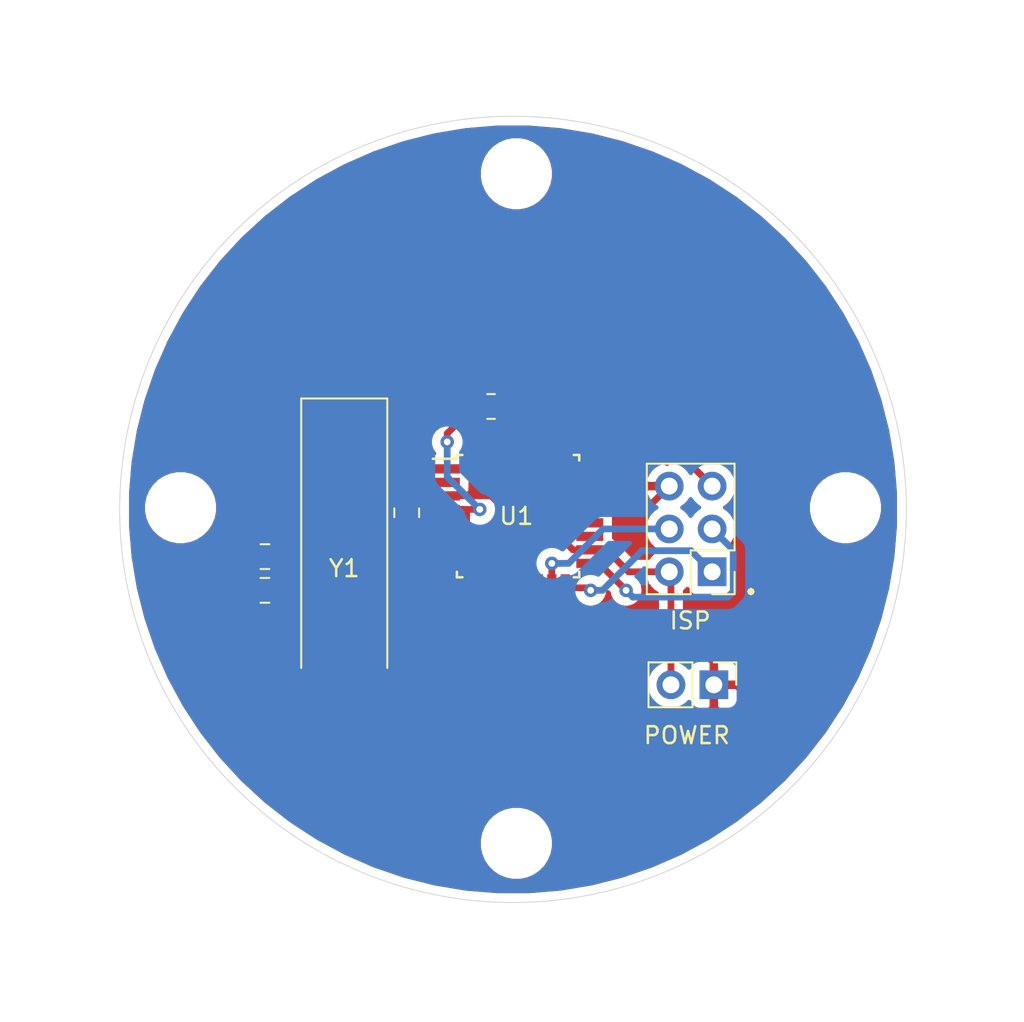
<source format=kicad_pcb>
(kicad_pcb (version 20171130) (host pcbnew "(5.1.8-0-10_14)")

  (general
    (thickness 1.6)
    (drawings 5)
    (tracks 74)
    (zones 0)
    (modules 12)
    (nets 9)
  )

  (page A4)
  (layers
    (0 F.Cu signal)
    (31 B.Cu signal)
    (32 B.Adhes user hide)
    (33 F.Adhes user hide)
    (34 B.Paste user hide)
    (35 F.Paste user hide)
    (36 B.SilkS user)
    (37 F.SilkS user)
    (38 B.Mask user hide)
    (39 F.Mask user hide)
    (40 Dwgs.User user hide)
    (41 Cmts.User user hide)
    (42 Eco1.User user hide)
    (43 Eco2.User user hide)
    (44 Edge.Cuts user)
    (45 Margin user)
    (46 B.CrtYd user)
    (47 F.CrtYd user)
    (48 B.Fab user hide)
    (49 F.Fab user hide)
  )

  (setup
    (last_trace_width 0.4)
    (trace_clearance 0.2)
    (zone_clearance 0.508)
    (zone_45_only no)
    (trace_min 0.2)
    (via_size 0.8)
    (via_drill 0.4)
    (via_min_size 0.4)
    (via_min_drill 0.3)
    (uvia_size 0.3)
    (uvia_drill 0.1)
    (uvias_allowed no)
    (uvia_min_size 0.2)
    (uvia_min_drill 0.1)
    (edge_width 0.05)
    (segment_width 0.2)
    (pcb_text_width 0.3)
    (pcb_text_size 1.5 1.5)
    (mod_edge_width 0.12)
    (mod_text_size 1 1)
    (mod_text_width 0.15)
    (pad_size 1.524 1.524)
    (pad_drill 0.762)
    (pad_to_mask_clearance 0)
    (aux_axis_origin 0 0)
    (visible_elements FFFFFF7F)
    (pcbplotparams
      (layerselection 0x010fc_ffffffff)
      (usegerberextensions false)
      (usegerberattributes true)
      (usegerberadvancedattributes true)
      (creategerberjobfile true)
      (excludeedgelayer true)
      (linewidth 0.100000)
      (plotframeref false)
      (viasonmask false)
      (mode 1)
      (useauxorigin false)
      (hpglpennumber 1)
      (hpglpenspeed 20)
      (hpglpendiameter 15.000000)
      (psnegative false)
      (psa4output false)
      (plotreference true)
      (plotvalue true)
      (plotinvisibletext false)
      (padsonsilk false)
      (subtractmaskfromsilk false)
      (outputformat 1)
      (mirror false)
      (drillshape 0)
      (scaleselection 1)
      (outputdirectory "assembly/"))
  )

  (net 0 "")
  (net 1 GND)
  (net 2 +5V)
  (net 3 "Net-(C2-Pad2)")
  (net 4 "Net-(C3-Pad2)")
  (net 5 /RESET)
  (net 6 /MOSI)
  (net 7 /SCK)
  (net 8 /MISO)

  (net_class Default "This is the default net class."
    (clearance 0.2)
    (trace_width 0.4)
    (via_dia 0.8)
    (via_drill 0.4)
    (uvia_dia 0.3)
    (uvia_drill 0.1)
    (add_net +5V)
    (add_net /MISO)
    (add_net /MOSI)
    (add_net /RESET)
    (add_net /SCK)
    (add_net GND)
    (add_net "Net-(C2-Pad2)")
    (add_net "Net-(C3-Pad2)")
  )

  (net_class PWR ""
    (clearance 0.2)
    (trace_width 1)
    (via_dia 0.8)
    (via_drill 0.4)
    (uvia_dia 0.3)
    (uvia_drill 0.1)
  )

  (module Crystal:Crystal_SMD_HC49-SD_HandSoldering (layer F.Cu) (tedit 5A1AD52C) (tstamp 615DBD2D)
    (at 146.6 75.6 270)
    (descr "SMD Crystal HC-49-SD http://cdn-reichelt.de/documents/datenblatt/B400/xxx-HC49-SMD.pdf, hand-soldering, 11.4x4.7mm^2 package")
    (tags "SMD SMT crystal hand-soldering")
    (path /615EDB3E)
    (attr smd)
    (fp_text reference Y1 (at 0 0 180) (layer F.SilkS)
      (effects (font (size 1 1) (thickness 0.15)))
    )
    (fp_text value Crystal (at 0 3.55 90) (layer F.Fab)
      (effects (font (size 1 1) (thickness 0.15)))
    )
    (fp_line (start 10.2 -2.6) (end -10.2 -2.6) (layer F.CrtYd) (width 0.05))
    (fp_line (start 10.2 2.6) (end 10.2 -2.6) (layer F.CrtYd) (width 0.05))
    (fp_line (start -10.2 2.6) (end 10.2 2.6) (layer F.CrtYd) (width 0.05))
    (fp_line (start -10.2 -2.6) (end -10.2 2.6) (layer F.CrtYd) (width 0.05))
    (fp_line (start -10.075 2.55) (end 5.9 2.55) (layer F.SilkS) (width 0.12))
    (fp_line (start -10.075 -2.55) (end -10.075 2.55) (layer F.SilkS) (width 0.12))
    (fp_line (start 5.9 -2.55) (end -10.075 -2.55) (layer F.SilkS) (width 0.12))
    (fp_line (start -3.015 2.115) (end 3.015 2.115) (layer F.Fab) (width 0.1))
    (fp_line (start -3.015 -2.115) (end 3.015 -2.115) (layer F.Fab) (width 0.1))
    (fp_line (start 5.7 -2.35) (end -5.7 -2.35) (layer F.Fab) (width 0.1))
    (fp_line (start 5.7 2.35) (end 5.7 -2.35) (layer F.Fab) (width 0.1))
    (fp_line (start -5.7 2.35) (end 5.7 2.35) (layer F.Fab) (width 0.1))
    (fp_line (start -5.7 -2.35) (end -5.7 2.35) (layer F.Fab) (width 0.1))
    (fp_arc (start 3.015 0) (end 3.015 -2.115) (angle 180) (layer F.Fab) (width 0.1))
    (fp_arc (start -3.015 0) (end -3.015 -2.115) (angle -180) (layer F.Fab) (width 0.1))
    (fp_text user %R (at 0 0 90) (layer F.Fab)
      (effects (font (size 1 1) (thickness 0.15)))
    )
    (pad 2 smd rect (at 5.9375 0 270) (size 7.875 2) (layers F.Cu F.Paste F.Mask)
      (net 4 "Net-(C3-Pad2)"))
    (pad 1 smd rect (at -5.9375 0 270) (size 7.875 2) (layers F.Cu F.Paste F.Mask)
      (net 3 "Net-(C2-Pad2)"))
    (model ${KISYS3DMOD}/Crystal.3dshapes/Crystal_SMD_HC49-SD.wrl
      (at (xyz 0 0 0))
      (scale (xyz 1 1 1))
      (rotate (xyz 0 0 0))
    )
  )

  (module Package_QFP:TQFP-32_7x7mm_P0.8mm (layer F.Cu) (tedit 5A02F146) (tstamp 615DBA10)
    (at 156.9 72.5)
    (descr "32-Lead Plastic Thin Quad Flatpack (PT) - 7x7x1.0 mm Body, 2.00 mm [TQFP] (see Microchip Packaging Specification 00000049BS.pdf)")
    (tags "QFP 0.8")
    (path /615DB63A)
    (attr smd)
    (fp_text reference U1 (at -0.1 0) (layer F.SilkS)
      (effects (font (size 1 1) (thickness 0.15)))
    )
    (fp_text value ATmega328P-AU (at 0 6.05) (layer F.Fab)
      (effects (font (size 1 1) (thickness 0.15)))
    )
    (fp_line (start -3.625 -3.4) (end -5.05 -3.4) (layer F.SilkS) (width 0.15))
    (fp_line (start 3.625 -3.625) (end 3.3 -3.625) (layer F.SilkS) (width 0.15))
    (fp_line (start 3.625 3.625) (end 3.3 3.625) (layer F.SilkS) (width 0.15))
    (fp_line (start -3.625 3.625) (end -3.3 3.625) (layer F.SilkS) (width 0.15))
    (fp_line (start -3.625 -3.625) (end -3.3 -3.625) (layer F.SilkS) (width 0.15))
    (fp_line (start -3.625 3.625) (end -3.625 3.3) (layer F.SilkS) (width 0.15))
    (fp_line (start 3.625 3.625) (end 3.625 3.3) (layer F.SilkS) (width 0.15))
    (fp_line (start 3.625 -3.625) (end 3.625 -3.3) (layer F.SilkS) (width 0.15))
    (fp_line (start -3.625 -3.625) (end -3.625 -3.4) (layer F.SilkS) (width 0.15))
    (fp_line (start -5.3 5.3) (end 5.3 5.3) (layer F.CrtYd) (width 0.05))
    (fp_line (start -5.3 -5.3) (end 5.3 -5.3) (layer F.CrtYd) (width 0.05))
    (fp_line (start 5.3 -5.3) (end 5.3 5.3) (layer F.CrtYd) (width 0.05))
    (fp_line (start -5.3 -5.3) (end -5.3 5.3) (layer F.CrtYd) (width 0.05))
    (fp_line (start -3.5 -2.5) (end -2.5 -3.5) (layer F.Fab) (width 0.15))
    (fp_line (start -3.5 3.5) (end -3.5 -2.5) (layer F.Fab) (width 0.15))
    (fp_line (start 3.5 3.5) (end -3.5 3.5) (layer F.Fab) (width 0.15))
    (fp_line (start 3.5 -3.5) (end 3.5 3.5) (layer F.Fab) (width 0.15))
    (fp_line (start -2.5 -3.5) (end 3.5 -3.5) (layer F.Fab) (width 0.15))
    (fp_text user %R (at 0 0) (layer F.Fab)
      (effects (font (size 1 1) (thickness 0.15)))
    )
    (pad 32 smd rect (at -2.8 -4.25 90) (size 1.6 0.55) (layers F.Cu F.Paste F.Mask))
    (pad 31 smd rect (at -2 -4.25 90) (size 1.6 0.55) (layers F.Cu F.Paste F.Mask))
    (pad 30 smd rect (at -1.2 -4.25 90) (size 1.6 0.55) (layers F.Cu F.Paste F.Mask))
    (pad 29 smd rect (at -0.4 -4.25 90) (size 1.6 0.55) (layers F.Cu F.Paste F.Mask)
      (net 5 /RESET))
    (pad 28 smd rect (at 0.4 -4.25 90) (size 1.6 0.55) (layers F.Cu F.Paste F.Mask))
    (pad 27 smd rect (at 1.2 -4.25 90) (size 1.6 0.55) (layers F.Cu F.Paste F.Mask))
    (pad 26 smd rect (at 2 -4.25 90) (size 1.6 0.55) (layers F.Cu F.Paste F.Mask))
    (pad 25 smd rect (at 2.8 -4.25 90) (size 1.6 0.55) (layers F.Cu F.Paste F.Mask))
    (pad 24 smd rect (at 4.25 -2.8) (size 1.6 0.55) (layers F.Cu F.Paste F.Mask))
    (pad 23 smd rect (at 4.25 -2) (size 1.6 0.55) (layers F.Cu F.Paste F.Mask))
    (pad 22 smd rect (at 4.25 -1.2) (size 1.6 0.55) (layers F.Cu F.Paste F.Mask))
    (pad 21 smd rect (at 4.25 -0.4) (size 1.6 0.55) (layers F.Cu F.Paste F.Mask)
      (net 1 GND))
    (pad 20 smd rect (at 4.25 0.4) (size 1.6 0.55) (layers F.Cu F.Paste F.Mask))
    (pad 19 smd rect (at 4.25 1.2) (size 1.6 0.55) (layers F.Cu F.Paste F.Mask))
    (pad 18 smd rect (at 4.25 2) (size 1.6 0.55) (layers F.Cu F.Paste F.Mask)
      (net 2 +5V))
    (pad 17 smd rect (at 4.25 2.8) (size 1.6 0.55) (layers F.Cu F.Paste F.Mask)
      (net 7 /SCK))
    (pad 16 smd rect (at 2.8 4.25 90) (size 1.6 0.55) (layers F.Cu F.Paste F.Mask)
      (net 8 /MISO))
    (pad 15 smd rect (at 2 4.25 90) (size 1.6 0.55) (layers F.Cu F.Paste F.Mask)
      (net 6 /MOSI))
    (pad 14 smd rect (at 1.2 4.25 90) (size 1.6 0.55) (layers F.Cu F.Paste F.Mask))
    (pad 13 smd rect (at 0.4 4.25 90) (size 1.6 0.55) (layers F.Cu F.Paste F.Mask))
    (pad 12 smd rect (at -0.4 4.25 90) (size 1.6 0.55) (layers F.Cu F.Paste F.Mask))
    (pad 11 smd rect (at -1.2 4.25 90) (size 1.6 0.55) (layers F.Cu F.Paste F.Mask))
    (pad 10 smd rect (at -2 4.25 90) (size 1.6 0.55) (layers F.Cu F.Paste F.Mask))
    (pad 9 smd rect (at -2.8 4.25 90) (size 1.6 0.55) (layers F.Cu F.Paste F.Mask))
    (pad 8 smd rect (at -4.25 2.8) (size 1.6 0.55) (layers F.Cu F.Paste F.Mask)
      (net 4 "Net-(C3-Pad2)"))
    (pad 7 smd rect (at -4.25 2) (size 1.6 0.55) (layers F.Cu F.Paste F.Mask)
      (net 3 "Net-(C2-Pad2)"))
    (pad 6 smd rect (at -4.25 1.2) (size 1.6 0.55) (layers F.Cu F.Paste F.Mask)
      (net 2 +5V))
    (pad 5 smd rect (at -4.25 0.4) (size 1.6 0.55) (layers F.Cu F.Paste F.Mask)
      (net 1 GND))
    (pad 4 smd rect (at -4.25 -0.4) (size 1.6 0.55) (layers F.Cu F.Paste F.Mask)
      (net 2 +5V))
    (pad 3 smd rect (at -4.25 -1.2) (size 1.6 0.55) (layers F.Cu F.Paste F.Mask)
      (net 1 GND))
    (pad 2 smd rect (at -4.25 -2) (size 1.6 0.55) (layers F.Cu F.Paste F.Mask))
    (pad 1 smd rect (at -4.25 -2.8) (size 1.6 0.55) (layers F.Cu F.Paste F.Mask))
    (model ${KISYS3DMOD}/Package_QFP.3dshapes/TQFP-32_7x7mm_P0.8mm.wrl
      (at (xyz 0 0 0))
      (scale (xyz 1 1 1))
      (rotate (xyz 0 0 0))
    )
  )

  (module Resistor_SMD:R_0805_2012Metric_Pad1.20x1.40mm_HandSolder (layer F.Cu) (tedit 5F68FEEE) (tstamp 615DBEAB)
    (at 155.3 66)
    (descr "Resistor SMD 0805 (2012 Metric), square (rectangular) end terminal, IPC_7351 nominal with elongated pad for handsoldering. (Body size source: IPC-SM-782 page 72, https://www.pcb-3d.com/wordpress/wp-content/uploads/ipc-sm-782a_amendment_1_and_2.pdf), generated with kicad-footprint-generator")
    (tags "resistor handsolder")
    (path /615E18C4)
    (attr smd)
    (fp_text reference R1 (at -0.1 -0.1 90) (layer F.Fab)
      (effects (font (size 1 1) (thickness 0.15)))
    )
    (fp_text value 10K (at 0 1.65) (layer F.Fab)
      (effects (font (size 1 1) (thickness 0.15)))
    )
    (fp_line (start 1.85 0.95) (end -1.85 0.95) (layer F.CrtYd) (width 0.05))
    (fp_line (start 1.85 -0.95) (end 1.85 0.95) (layer F.CrtYd) (width 0.05))
    (fp_line (start -1.85 -0.95) (end 1.85 -0.95) (layer F.CrtYd) (width 0.05))
    (fp_line (start -1.85 0.95) (end -1.85 -0.95) (layer F.CrtYd) (width 0.05))
    (fp_line (start -0.227064 0.735) (end 0.227064 0.735) (layer F.SilkS) (width 0.12))
    (fp_line (start -0.227064 -0.735) (end 0.227064 -0.735) (layer F.SilkS) (width 0.12))
    (fp_line (start 1 0.625) (end -1 0.625) (layer F.Fab) (width 0.1))
    (fp_line (start 1 -0.625) (end 1 0.625) (layer F.Fab) (width 0.1))
    (fp_line (start -1 -0.625) (end 1 -0.625) (layer F.Fab) (width 0.1))
    (fp_line (start -1 0.625) (end -1 -0.625) (layer F.Fab) (width 0.1))
    (fp_text user %R (at 0 0) (layer F.Fab)
      (effects (font (size 0.5 0.5) (thickness 0.08)))
    )
    (pad 2 smd roundrect (at 1 0) (size 1.2 1.4) (layers F.Cu F.Paste F.Mask) (roundrect_rratio 0.208333)
      (net 5 /RESET))
    (pad 1 smd roundrect (at -1 0) (size 1.2 1.4) (layers F.Cu F.Paste F.Mask) (roundrect_rratio 0.208333)
      (net 2 +5V))
    (model ${KISYS3DMOD}/Resistor_SMD.3dshapes/R_0805_2012Metric.wrl
      (at (xyz 0 0 0))
      (scale (xyz 1 1 1))
      (rotate (xyz 0 0 0))
    )
  )

  (module Connector_PinHeader_2.54mm:PinHeader_2x03_P2.54mm_Vertical (layer F.Cu) (tedit 59FED5CC) (tstamp 615CD5D5)
    (at 168.4 75.8 180)
    (descr "Through hole straight pin header, 2x03, 2.54mm pitch, double rows")
    (tags "Through hole pin header THT 2x03 2.54mm double row")
    (path /615DB577)
    (fp_text reference J1 (at 1.3 3.8) (layer F.Fab)
      (effects (font (size 1 1) (thickness 0.15)))
    )
    (fp_text value ISP (at 1.27 7.41) (layer F.Fab)
      (effects (font (size 1 1) (thickness 0.15)))
    )
    (fp_line (start 4.35 -1.8) (end -1.8 -1.8) (layer F.CrtYd) (width 0.05))
    (fp_line (start 4.35 6.85) (end 4.35 -1.8) (layer F.CrtYd) (width 0.05))
    (fp_line (start -1.8 6.85) (end 4.35 6.85) (layer F.CrtYd) (width 0.05))
    (fp_line (start -1.8 -1.8) (end -1.8 6.85) (layer F.CrtYd) (width 0.05))
    (fp_line (start -1.33 -1.33) (end 0 -1.33) (layer F.SilkS) (width 0.12))
    (fp_line (start -1.33 0) (end -1.33 -1.33) (layer F.SilkS) (width 0.12))
    (fp_line (start 1.27 -1.33) (end 3.87 -1.33) (layer F.SilkS) (width 0.12))
    (fp_line (start 1.27 1.27) (end 1.27 -1.33) (layer F.SilkS) (width 0.12))
    (fp_line (start -1.33 1.27) (end 1.27 1.27) (layer F.SilkS) (width 0.12))
    (fp_line (start 3.87 -1.33) (end 3.87 6.41) (layer F.SilkS) (width 0.12))
    (fp_line (start -1.33 1.27) (end -1.33 6.41) (layer F.SilkS) (width 0.12))
    (fp_line (start -1.33 6.41) (end 3.87 6.41) (layer F.SilkS) (width 0.12))
    (fp_line (start -1.27 0) (end 0 -1.27) (layer F.Fab) (width 0.1))
    (fp_line (start -1.27 6.35) (end -1.27 0) (layer F.Fab) (width 0.1))
    (fp_line (start 3.81 6.35) (end -1.27 6.35) (layer F.Fab) (width 0.1))
    (fp_line (start 3.81 -1.27) (end 3.81 6.35) (layer F.Fab) (width 0.1))
    (fp_line (start 0 -1.27) (end 3.81 -1.27) (layer F.Fab) (width 0.1))
    (fp_text user %R (at 1.27 2.54 90) (layer F.Fab)
      (effects (font (size 1 1) (thickness 0.15)))
    )
    (pad 6 thru_hole oval (at 2.54 5.08 180) (size 1.7 1.7) (drill 1) (layers *.Cu *.Mask)
      (net 1 GND))
    (pad 5 thru_hole oval (at 0 5.08 180) (size 1.7 1.7) (drill 1) (layers *.Cu *.Mask)
      (net 5 /RESET))
    (pad 4 thru_hole oval (at 2.54 2.54 180) (size 1.7 1.7) (drill 1) (layers *.Cu *.Mask)
      (net 6 /MOSI))
    (pad 3 thru_hole oval (at 0 2.54 180) (size 1.7 1.7) (drill 1) (layers *.Cu *.Mask)
      (net 7 /SCK))
    (pad 2 thru_hole oval (at 2.54 0 180) (size 1.7 1.7) (drill 1) (layers *.Cu *.Mask)
      (net 2 +5V))
    (pad 1 thru_hole rect (at 0 0 180) (size 1.7 1.7) (drill 1) (layers *.Cu *.Mask)
      (net 8 /MISO))
    (model ${KISYS3DMOD}/Connector_PinHeader_2.54mm.3dshapes/PinHeader_2x03_P2.54mm_Vertical.wrl
      (at (xyz 0 0 0))
      (scale (xyz 1 1 1))
      (rotate (xyz 0 0 0))
    )
  )

  (module Capacitor_SMD:C_0805_2012Metric_Pad1.18x1.45mm_HandSolder (layer F.Cu) (tedit 5F68FEEF) (tstamp 615DBCF8)
    (at 141.9 76.9)
    (descr "Capacitor SMD 0805 (2012 Metric), square (rectangular) end terminal, IPC_7351 nominal with elongated pad for handsoldering. (Body size source: IPC-SM-782 page 76, https://www.pcb-3d.com/wordpress/wp-content/uploads/ipc-sm-782a_amendment_1_and_2.pdf, https://docs.google.com/spreadsheets/d/1BsfQQcO9C6DZCsRaXUlFlo91Tg2WpOkGARC1WS5S8t0/edit?usp=sharing), generated with kicad-footprint-generator")
    (tags "capacitor handsolder")
    (path /615F8DD5)
    (attr smd)
    (fp_text reference C3 (at 0 0 90) (layer F.Fab)
      (effects (font (size 1 1) (thickness 0.15)))
    )
    (fp_text value 22pF (at 0 1.68) (layer F.Fab)
      (effects (font (size 1 1) (thickness 0.15)))
    )
    (fp_line (start 1.88 0.98) (end -1.88 0.98) (layer F.CrtYd) (width 0.05))
    (fp_line (start 1.88 -0.98) (end 1.88 0.98) (layer F.CrtYd) (width 0.05))
    (fp_line (start -1.88 -0.98) (end 1.88 -0.98) (layer F.CrtYd) (width 0.05))
    (fp_line (start -1.88 0.98) (end -1.88 -0.98) (layer F.CrtYd) (width 0.05))
    (fp_line (start -0.261252 0.735) (end 0.261252 0.735) (layer F.SilkS) (width 0.12))
    (fp_line (start -0.261252 -0.735) (end 0.261252 -0.735) (layer F.SilkS) (width 0.12))
    (fp_line (start 1 0.625) (end -1 0.625) (layer F.Fab) (width 0.1))
    (fp_line (start 1 -0.625) (end 1 0.625) (layer F.Fab) (width 0.1))
    (fp_line (start -1 -0.625) (end 1 -0.625) (layer F.Fab) (width 0.1))
    (fp_line (start -1 0.625) (end -1 -0.625) (layer F.Fab) (width 0.1))
    (fp_text user %R (at 0 0) (layer F.Fab)
      (effects (font (size 0.5 0.5) (thickness 0.08)))
    )
    (pad 2 smd roundrect (at 1.0375 0) (size 1.175 1.45) (layers F.Cu F.Paste F.Mask) (roundrect_rratio 0.212766)
      (net 4 "Net-(C3-Pad2)"))
    (pad 1 smd roundrect (at -1.0375 0) (size 1.175 1.45) (layers F.Cu F.Paste F.Mask) (roundrect_rratio 0.212766)
      (net 1 GND))
    (model ${KISYS3DMOD}/Capacitor_SMD.3dshapes/C_0805_2012Metric.wrl
      (at (xyz 0 0 0))
      (scale (xyz 1 1 1))
      (rotate (xyz 0 0 0))
    )
  )

  (module Capacitor_SMD:C_0805_2012Metric_Pad1.18x1.45mm_HandSolder (layer F.Cu) (tedit 5F68FEEF) (tstamp 615CD5AF)
    (at 141.9 74.9)
    (descr "Capacitor SMD 0805 (2012 Metric), square (rectangular) end terminal, IPC_7351 nominal with elongated pad for handsoldering. (Body size source: IPC-SM-782 page 76, https://www.pcb-3d.com/wordpress/wp-content/uploads/ipc-sm-782a_amendment_1_and_2.pdf, https://docs.google.com/spreadsheets/d/1BsfQQcO9C6DZCsRaXUlFlo91Tg2WpOkGARC1WS5S8t0/edit?usp=sharing), generated with kicad-footprint-generator")
    (tags "capacitor handsolder")
    (path /615EF450)
    (attr smd)
    (fp_text reference C2 (at 0 0 90) (layer F.Fab)
      (effects (font (size 1 1) (thickness 0.15)))
    )
    (fp_text value 22pF (at 0 1.68) (layer F.Fab)
      (effects (font (size 1 1) (thickness 0.15)))
    )
    (fp_line (start 1.88 0.98) (end -1.88 0.98) (layer F.CrtYd) (width 0.05))
    (fp_line (start 1.88 -0.98) (end 1.88 0.98) (layer F.CrtYd) (width 0.05))
    (fp_line (start -1.88 -0.98) (end 1.88 -0.98) (layer F.CrtYd) (width 0.05))
    (fp_line (start -1.88 0.98) (end -1.88 -0.98) (layer F.CrtYd) (width 0.05))
    (fp_line (start -0.261252 0.735) (end 0.261252 0.735) (layer F.SilkS) (width 0.12))
    (fp_line (start -0.261252 -0.735) (end 0.261252 -0.735) (layer F.SilkS) (width 0.12))
    (fp_line (start 1 0.625) (end -1 0.625) (layer F.Fab) (width 0.1))
    (fp_line (start 1 -0.625) (end 1 0.625) (layer F.Fab) (width 0.1))
    (fp_line (start -1 -0.625) (end 1 -0.625) (layer F.Fab) (width 0.1))
    (fp_line (start -1 0.625) (end -1 -0.625) (layer F.Fab) (width 0.1))
    (fp_text user %R (at 0 0) (layer F.Fab)
      (effects (font (size 0.5 0.5) (thickness 0.08)))
    )
    (pad 2 smd roundrect (at 1.0375 0) (size 1.175 1.45) (layers F.Cu F.Paste F.Mask) (roundrect_rratio 0.212766)
      (net 3 "Net-(C2-Pad2)"))
    (pad 1 smd roundrect (at -1.0375 0) (size 1.175 1.45) (layers F.Cu F.Paste F.Mask) (roundrect_rratio 0.212766)
      (net 1 GND))
    (model ${KISYS3DMOD}/Capacitor_SMD.3dshapes/C_0805_2012Metric.wrl
      (at (xyz 0 0 0))
      (scale (xyz 1 1 1))
      (rotate (xyz 0 0 0))
    )
  )

  (module Capacitor_SMD:C_0805_2012Metric_Pad1.18x1.45mm_HandSolder (layer F.Cu) (tedit 5F68FEEF) (tstamp 615DBBB4)
    (at 150.3 72.3 270)
    (descr "Capacitor SMD 0805 (2012 Metric), square (rectangular) end terminal, IPC_7351 nominal with elongated pad for handsoldering. (Body size source: IPC-SM-782 page 76, https://www.pcb-3d.com/wordpress/wp-content/uploads/ipc-sm-782a_amendment_1_and_2.pdf, https://docs.google.com/spreadsheets/d/1BsfQQcO9C6DZCsRaXUlFlo91Tg2WpOkGARC1WS5S8t0/edit?usp=sharing), generated with kicad-footprint-generator")
    (tags "capacitor handsolder")
    (path /615D692F)
    (attr smd)
    (fp_text reference C1 (at 0 0 180) (layer F.Fab)
      (effects (font (size 1 1) (thickness 0.15)))
    )
    (fp_text value 100nF (at 0 1.68 90) (layer F.Fab)
      (effects (font (size 1 1) (thickness 0.15)))
    )
    (fp_line (start 1.88 0.98) (end -1.88 0.98) (layer F.CrtYd) (width 0.05))
    (fp_line (start 1.88 -0.98) (end 1.88 0.98) (layer F.CrtYd) (width 0.05))
    (fp_line (start -1.88 -0.98) (end 1.88 -0.98) (layer F.CrtYd) (width 0.05))
    (fp_line (start -1.88 0.98) (end -1.88 -0.98) (layer F.CrtYd) (width 0.05))
    (fp_line (start -0.261252 0.735) (end 0.261252 0.735) (layer F.SilkS) (width 0.12))
    (fp_line (start -0.261252 -0.735) (end 0.261252 -0.735) (layer F.SilkS) (width 0.12))
    (fp_line (start 1 0.625) (end -1 0.625) (layer F.Fab) (width 0.1))
    (fp_line (start 1 -0.625) (end 1 0.625) (layer F.Fab) (width 0.1))
    (fp_line (start -1 -0.625) (end 1 -0.625) (layer F.Fab) (width 0.1))
    (fp_line (start -1 0.625) (end -1 -0.625) (layer F.Fab) (width 0.1))
    (fp_text user %R (at 0 0 90) (layer F.Fab)
      (effects (font (size 0.5 0.5) (thickness 0.08)))
    )
    (pad 2 smd roundrect (at 1.0375 0 270) (size 1.175 1.45) (layers F.Cu F.Paste F.Mask) (roundrect_rratio 0.212766)
      (net 1 GND))
    (pad 1 smd roundrect (at -1.0375 0 270) (size 1.175 1.45) (layers F.Cu F.Paste F.Mask) (roundrect_rratio 0.212766)
      (net 2 +5V))
    (model ${KISYS3DMOD}/Capacitor_SMD.3dshapes/C_0805_2012Metric.wrl
      (at (xyz 0 0 0))
      (scale (xyz 1 1 1))
      (rotate (xyz 0 0 0))
    )
  )

  (module MountingHole:MountingHole_3.2mm_M3 (layer F.Cu) (tedit 56D1B4CB) (tstamp 615CEC98)
    (at 136.9 72)
    (descr "Mounting Hole 3.2mm, no annular, M3")
    (tags "mounting hole 3.2mm no annular m3")
    (path /6162CBFC)
    (attr virtual)
    (fp_text reference H4 (at 0 -4.2) (layer F.Fab)
      (effects (font (size 1 1) (thickness 0.15)))
    )
    (fp_text value MountingHole (at 0 4.2) (layer F.Fab)
      (effects (font (size 1 1) (thickness 0.15)))
    )
    (fp_circle (center 0 0) (end 3.45 0) (layer F.CrtYd) (width 0.05))
    (fp_circle (center 0 0) (end 3.2 0) (layer Cmts.User) (width 0.15))
    (fp_text user %R (at 0.3 0) (layer F.Fab)
      (effects (font (size 1 1) (thickness 0.15)))
    )
    (pad 1 np_thru_hole circle (at 0 0) (size 3.2 3.2) (drill 3.2) (layers *.Cu *.Mask))
  )

  (module MountingHole:MountingHole_3.2mm_M3 (layer F.Cu) (tedit 56D1B4CB) (tstamp 615CEE24)
    (at 176.3 72)
    (descr "Mounting Hole 3.2mm, no annular, M3")
    (tags "mounting hole 3.2mm no annular m3")
    (path /6162CBA7)
    (attr virtual)
    (fp_text reference H3 (at 0 -4.2) (layer F.Fab)
      (effects (font (size 1 1) (thickness 0.15)))
    )
    (fp_text value MountingHole (at 0 4.2) (layer F.Fab)
      (effects (font (size 1 1) (thickness 0.15)))
    )
    (fp_circle (center 0 0) (end 3.45 0) (layer F.CrtYd) (width 0.05))
    (fp_circle (center 0 0) (end 3.2 0) (layer Cmts.User) (width 0.15))
    (fp_text user %R (at 0.3 0) (layer F.Fab)
      (effects (font (size 1 1) (thickness 0.15)))
    )
    (pad 1 np_thru_hole circle (at 0 0) (size 3.2 3.2) (drill 3.2) (layers *.Cu *.Mask))
  )

  (module MountingHole:MountingHole_3.2mm_M3 (layer F.Cu) (tedit 56D1B4CB) (tstamp 615CEC88)
    (at 156.8 52.2)
    (descr "Mounting Hole 3.2mm, no annular, M3")
    (tags "mounting hole 3.2mm no annular m3")
    (path /6162C8FF)
    (attr virtual)
    (fp_text reference H2 (at 0 -4.2) (layer F.Fab)
      (effects (font (size 1 1) (thickness 0.15)))
    )
    (fp_text value MountingHole (at 0 4.2) (layer F.Fab)
      (effects (font (size 1 1) (thickness 0.15)))
    )
    (fp_circle (center 0 0) (end 3.45 0) (layer F.CrtYd) (width 0.05))
    (fp_circle (center 0 0) (end 3.2 0) (layer Cmts.User) (width 0.15))
    (fp_text user %R (at 0.3 0) (layer F.Fab)
      (effects (font (size 1 1) (thickness 0.15)))
    )
    (pad 1 np_thru_hole circle (at 0 0) (size 3.2 3.2) (drill 3.2) (layers *.Cu *.Mask))
  )

  (module MountingHole:MountingHole_3.2mm_M3 (layer F.Cu) (tedit 56D1B4CB) (tstamp 615CEC80)
    (at 156.8 91.9)
    (descr "Mounting Hole 3.2mm, no annular, M3")
    (tags "mounting hole 3.2mm no annular m3")
    (path /6162C3BB)
    (attr virtual)
    (fp_text reference H1 (at 0 -4.2) (layer F.Fab)
      (effects (font (size 1 1) (thickness 0.15)))
    )
    (fp_text value MountingHole (at 0 4.2) (layer F.Fab)
      (effects (font (size 1 1) (thickness 0.15)))
    )
    (fp_circle (center 0 0) (end 3.45 0) (layer F.CrtYd) (width 0.05))
    (fp_circle (center 0 0) (end 3.2 0) (layer Cmts.User) (width 0.15))
    (fp_text user %R (at 0.3 0) (layer F.Fab)
      (effects (font (size 1 1) (thickness 0.15)))
    )
    (pad 1 np_thru_hole circle (at 0 0) (size 3.2 3.2) (drill 3.2) (layers *.Cu *.Mask))
  )

  (module Connector_PinHeader_2.54mm:PinHeader_1x02_P2.54mm_Vertical (layer F.Cu) (tedit 59FED5CC) (tstamp 615DC1D8)
    (at 168.5 82.5 270)
    (descr "Through hole straight pin header, 1x02, 2.54mm pitch, single row")
    (tags "Through hole pin header THT 1x02 2.54mm single row")
    (path /6161A42A)
    (fp_text reference J2 (at 0 -2.8 180) (layer F.Fab)
      (effects (font (size 1 1) (thickness 0.15)))
    )
    (fp_text value PWR (at 0 4.87 90) (layer F.Fab)
      (effects (font (size 1 1) (thickness 0.15)))
    )
    (fp_line (start 1.8 -1.8) (end -1.8 -1.8) (layer F.CrtYd) (width 0.05))
    (fp_line (start 1.8 4.35) (end 1.8 -1.8) (layer F.CrtYd) (width 0.05))
    (fp_line (start -1.8 4.35) (end 1.8 4.35) (layer F.CrtYd) (width 0.05))
    (fp_line (start -1.8 -1.8) (end -1.8 4.35) (layer F.CrtYd) (width 0.05))
    (fp_line (start -1.33 -1.33) (end 0 -1.33) (layer F.SilkS) (width 0.12))
    (fp_line (start -1.33 0) (end -1.33 -1.33) (layer F.SilkS) (width 0.12))
    (fp_line (start -1.33 1.27) (end 1.33 1.27) (layer F.SilkS) (width 0.12))
    (fp_line (start 1.33 1.27) (end 1.33 3.87) (layer F.SilkS) (width 0.12))
    (fp_line (start -1.33 1.27) (end -1.33 3.87) (layer F.SilkS) (width 0.12))
    (fp_line (start -1.33 3.87) (end 1.33 3.87) (layer F.SilkS) (width 0.12))
    (fp_line (start -1.27 -0.635) (end -0.635 -1.27) (layer F.Fab) (width 0.1))
    (fp_line (start -1.27 3.81) (end -1.27 -0.635) (layer F.Fab) (width 0.1))
    (fp_line (start 1.27 3.81) (end -1.27 3.81) (layer F.Fab) (width 0.1))
    (fp_line (start 1.27 -1.27) (end 1.27 3.81) (layer F.Fab) (width 0.1))
    (fp_line (start -0.635 -1.27) (end 1.27 -1.27) (layer F.Fab) (width 0.1))
    (fp_text user %R (at 0 1.27) (layer F.Fab)
      (effects (font (size 1 1) (thickness 0.15)))
    )
    (pad 2 thru_hole oval (at 0 2.54 270) (size 1.7 1.7) (drill 1) (layers *.Cu *.Mask)
      (net 2 +5V))
    (pad 1 thru_hole rect (at 0 0 270) (size 1.7 1.7) (drill 1) (layers *.Cu *.Mask)
      (net 1 GND))
    (model ${KISYS3DMOD}/Connector_PinHeader_2.54mm.3dshapes/PinHeader_1x02_P2.54mm_Vertical.wrl
      (at (xyz 0 0 0))
      (scale (xyz 1 1 1))
      (rotate (xyz 0 0 0))
    )
  )

  (gr_text • (at 170.7 76.9) (layer F.SilkS) (tstamp 615CF137)
    (effects (font (size 1 1) (thickness 0.15)))
  )
  (gr_text ISP (at 167.1 78.7) (layer F.SilkS) (tstamp 615CF134)
    (effects (font (size 1 1) (thickness 0.15)))
  )
  (gr_text POWER (at 166.9 85.5) (layer F.SilkS) (tstamp 615DC203)
    (effects (font (size 1 1) (thickness 0.15)))
  )
  (dimension 54 (width 0.15) (layer Cmts.User)
    (gr_text "54.000 mm" (at 156.5 30.4) (layer Cmts.User)
      (effects (font (size 1 1) (thickness 0.15)))
    )
    (feature1 (pts (xy 183.5 72.2) (xy 183.5 31.113579)))
    (feature2 (pts (xy 129.5 72.2) (xy 129.5 31.113579)))
    (crossbar (pts (xy 129.5 31.7) (xy 183.5 31.7)))
    (arrow1a (pts (xy 183.5 31.7) (xy 182.373496 32.286421)))
    (arrow1b (pts (xy 183.5 31.7) (xy 182.373496 31.113579)))
    (arrow2a (pts (xy 129.5 31.7) (xy 130.626504 32.286421)))
    (arrow2b (pts (xy 129.5 31.7) (xy 130.626504 31.113579)))
  )
  (gr_circle (center 156.6 72.1) (end 179.9 71.5) (layer Edge.Cuts) (width 0.05) (tstamp 615DC455))

  (segment (start 164.48 72.1) (end 165.86 70.72) (width 0.4) (layer F.Cu) (net 1))
  (segment (start 161.15 72.1) (end 164.48 72.1) (width 0.4) (layer F.Cu) (net 1))
  (segment (start 156.1 72.1) (end 161.15 72.1) (width 0.4) (layer F.Cu) (net 1))
  (segment (start 152.65 71.3) (end 155.3 71.3) (width 0.4) (layer F.Cu) (net 1))
  (segment (start 155.3 71.3) (end 156.1 72.1) (width 0.4) (layer F.Cu) (net 1))
  (segment (start 150.7375 72.9) (end 152.65 72.9) (width 0.4) (layer F.Cu) (net 1))
  (segment (start 150.3 73.3375) (end 150.7375 72.9) (width 0.4) (layer F.Cu) (net 1))
  (segment (start 151.449999 71.095001) (end 151.449999 70.680743) (width 0.4) (layer F.Cu) (net 1))
  (segment (start 151.654998 71.3) (end 151.449999 71.095001) (width 0.4) (layer F.Cu) (net 1))
  (segment (start 151.449999 70.680743) (end 150.669256 69.9) (width 0.4) (layer F.Cu) (net 1))
  (segment (start 152.65 71.3) (end 151.654998 71.3) (width 0.4) (layer F.Cu) (net 1))
  (segment (start 149.17499 72.21249) (end 150.3 73.3375) (width 0.4) (layer F.Cu) (net 1))
  (segment (start 149.17499 70.655754) (end 149.17499 72.21249) (width 0.4) (layer F.Cu) (net 1))
  (segment (start 149.930744 69.9) (end 149.17499 70.655754) (width 0.4) (layer F.Cu) (net 1))
  (segment (start 150.669256 69.9) (end 149.930744 69.9) (width 0.4) (layer F.Cu) (net 1))
  (segment (start 151.1375 72.1) (end 152.65 72.1) (width 0.4) (layer F.Cu) (net 2))
  (segment (start 150.3 71.2625) (end 151.1375 72.1) (width 0.4) (layer F.Cu) (net 2))
  (segment (start 153.850001 72.304999) (end 153.645002 72.1) (width 0.4) (layer F.Cu) (net 2))
  (segment (start 153.645002 73.7) (end 153.850001 73.495001) (width 0.4) (layer F.Cu) (net 2))
  (segment (start 153.645002 72.1) (end 152.65 72.1) (width 0.4) (layer F.Cu) (net 2))
  (segment (start 153.850001 73.495001) (end 153.850001 72.304999) (width 0.4) (layer F.Cu) (net 2))
  (segment (start 152.65 73.7) (end 153.645002 73.7) (width 0.4) (layer F.Cu) (net 2))
  (segment (start 160.154998 74.5) (end 161.15 74.5) (width 0.4) (layer F.Cu) (net 2))
  (segment (start 159.354998 73.7) (end 160.154998 74.5) (width 0.4) (layer F.Cu) (net 2))
  (segment (start 152.65 73.7) (end 159.354998 73.7) (width 0.4) (layer F.Cu) (net 2))
  (segment (start 163.445002 75.8) (end 165.86 75.8) (width 0.4) (layer F.Cu) (net 2))
  (segment (start 162.145002 74.5) (end 163.445002 75.8) (width 0.4) (layer F.Cu) (net 2))
  (segment (start 161.15 74.5) (end 162.145002 74.5) (width 0.4) (layer F.Cu) (net 2))
  (segment (start 165.96 75.9) (end 165.86 75.8) (width 0.4) (layer F.Cu) (net 2))
  (segment (start 165.96 82.5) (end 165.96 75.9) (width 0.4) (layer F.Cu) (net 2))
  (via (at 152.7 68.1) (size 0.8) (drill 0.4) (layers F.Cu B.Cu) (net 2))
  (segment (start 152.7 67.6) (end 152.7 68.1) (width 0.4) (layer F.Cu) (net 2))
  (segment (start 154.3 66) (end 152.7 67.6) (width 0.4) (layer F.Cu) (net 2))
  (via (at 154.62891 72.10001) (size 0.8) (drill 0.4) (layers F.Cu B.Cu) (net 2))
  (segment (start 152.7 70.1711) (end 154.62891 72.10001) (width 0.4) (layer B.Cu) (net 2))
  (segment (start 152.65 72.1) (end 154.6289 72.1) (width 0.4) (layer F.Cu) (net 2))
  (segment (start 152.7 68.1) (end 152.7 70.1711) (width 0.4) (layer B.Cu) (net 2))
  (segment (start 154.6289 72.1) (end 154.62891 72.10001) (width 0.4) (layer F.Cu) (net 2))
  (segment (start 146.6 73.9) (end 146.6 69.6625) (width 0.4) (layer F.Cu) (net 3))
  (segment (start 146.6 74.1) (end 146.6 73.9) (width 0.4) (layer F.Cu) (net 3))
  (segment (start 145.8 74.9) (end 146.6 74.1) (width 0.4) (layer F.Cu) (net 3))
  (segment (start 142.9375 74.9) (end 145.8 74.9) (width 0.4) (layer F.Cu) (net 3))
  (segment (start 147 74.5) (end 152.65 74.5) (width 0.4) (layer F.Cu) (net 3))
  (segment (start 146.6 74.1) (end 147 74.5) (width 0.4) (layer F.Cu) (net 3))
  (segment (start 147.825 75.3) (end 152.65 75.3) (width 0.4) (layer F.Cu) (net 4))
  (segment (start 146.6 76.525) (end 147.825 75.3) (width 0.4) (layer F.Cu) (net 4))
  (segment (start 146.6 81.5375) (end 146.6 76.525) (width 0.4) (layer F.Cu) (net 4))
  (segment (start 146.6 77) (end 146.6 81.5375) (width 0.4) (layer F.Cu) (net 4))
  (segment (start 146.5 76.9) (end 146.6 77) (width 0.4) (layer F.Cu) (net 4))
  (segment (start 142.9375 76.9) (end 146.5 76.9) (width 0.4) (layer F.Cu) (net 4))
  (segment (start 156.5 66.2) (end 156.5 68.25) (width 0.4) (layer F.Cu) (net 5))
  (segment (start 156.3 66) (end 156.5 66.2) (width 0.4) (layer F.Cu) (net 5))
  (segment (start 163.68 66) (end 168.4 70.72) (width 0.4) (layer F.Cu) (net 5))
  (segment (start 156.3 66) (end 163.68 66) (width 0.4) (layer F.Cu) (net 5))
  (via (at 158.9 75.3) (size 0.8) (drill 0.4) (layers F.Cu B.Cu) (net 6))
  (segment (start 158.9 76.75) (end 158.9 75.3) (width 0.4) (layer F.Cu) (net 6))
  (segment (start 161.94 73.26) (end 165.86 73.26) (width 0.4) (layer B.Cu) (net 6))
  (segment (start 159.9 75.3) (end 161.94 73.26) (width 0.4) (layer B.Cu) (net 6))
  (segment (start 158.9 75.3) (end 159.9 75.3) (width 0.4) (layer B.Cu) (net 6))
  (via (at 163.3 76.9) (size 0.8) (drill 0.4) (layers F.Cu B.Cu) (net 7))
  (segment (start 161.7 75.3) (end 163.3 76.9) (width 0.4) (layer F.Cu) (net 7))
  (segment (start 161.15 75.3) (end 161.7 75.3) (width 0.4) (layer F.Cu) (net 7))
  (segment (start 169.650001 74.510001) (end 168.4 73.26) (width 0.4) (layer B.Cu) (net 7))
  (segment (start 169.650001 76.970001) (end 169.650001 74.510001) (width 0.4) (layer B.Cu) (net 7))
  (segment (start 169.320003 77.299999) (end 169.650001 76.970001) (width 0.4) (layer B.Cu) (net 7))
  (segment (start 163.699999 77.299999) (end 169.320003 77.299999) (width 0.4) (layer B.Cu) (net 7))
  (segment (start 163.3 76.9) (end 163.699999 77.299999) (width 0.4) (layer B.Cu) (net 7))
  (segment (start 161.05 76.75) (end 161.2 76.9) (width 0.4) (layer F.Cu) (net 8))
  (via (at 161.2 76.9) (size 0.8) (drill 0.4) (layers F.Cu B.Cu) (net 8))
  (segment (start 159.7 76.75) (end 161.05 76.75) (width 0.4) (layer F.Cu) (net 8))
  (segment (start 167.149999 74.549999) (end 168.4 75.8) (width 0.4) (layer B.Cu) (net 8))
  (segment (start 164.250001 74.549999) (end 167.149999 74.549999) (width 0.4) (layer B.Cu) (net 8))
  (segment (start 161.9 76.9) (end 164.250001 74.549999) (width 0.4) (layer B.Cu) (net 8))
  (segment (start 161.2 76.9) (end 161.9 76.9) (width 0.4) (layer B.Cu) (net 8))

  (zone (net 1) (net_name GND) (layer F.Cu) (tstamp 0) (hatch edge 0.508)
    (connect_pads (clearance 0.508))
    (min_thickness 0.254)
    (fill yes (arc_segments 32) (thermal_gap 0.508) (thermal_bridge_width 0.508))
    (polygon
      (pts
        (xy 186.9 102.5) (xy 126.2 102.5) (xy 126.2 41.9) (xy 186.9 41.9)
      )
    )
    (filled_polygon
      (pts
        (xy 159.401357 49.626197) (xy 161.24766 49.934291) (xy 163.062216 50.393799) (xy 164.832628 51.001582) (xy 166.546803 51.753489)
        (xy 168.193031 52.644383) (xy 169.760067 53.668179) (xy 171.237207 54.817883) (xy 172.614359 56.085641) (xy 173.882117 57.462793)
        (xy 175.031821 58.939933) (xy 176.055617 60.506969) (xy 176.946511 62.153197) (xy 177.698418 63.867372) (xy 178.306201 65.637784)
        (xy 178.765709 67.45234) (xy 179.073803 69.298643) (xy 179.228377 71.164083) (xy 179.228377 73.035917) (xy 179.073803 74.901357)
        (xy 178.765709 76.74766) (xy 178.306201 78.562216) (xy 177.698418 80.332628) (xy 176.946511 82.046803) (xy 176.055617 83.693031)
        (xy 175.031821 85.260067) (xy 173.882117 86.737207) (xy 172.614359 88.114359) (xy 171.237207 89.382117) (xy 169.760067 90.531821)
        (xy 168.193031 91.555617) (xy 166.546803 92.446511) (xy 164.832628 93.198418) (xy 163.062216 93.806201) (xy 161.24766 94.265709)
        (xy 159.401357 94.573803) (xy 157.535917 94.728377) (xy 155.664083 94.728377) (xy 153.798643 94.573803) (xy 151.95234 94.265709)
        (xy 150.137784 93.806201) (xy 148.367372 93.198418) (xy 146.653197 92.446511) (xy 145.236573 91.679872) (xy 154.565 91.679872)
        (xy 154.565 92.120128) (xy 154.65089 92.551925) (xy 154.819369 92.958669) (xy 155.063962 93.324729) (xy 155.375271 93.636038)
        (xy 155.741331 93.880631) (xy 156.148075 94.04911) (xy 156.579872 94.135) (xy 157.020128 94.135) (xy 157.451925 94.04911)
        (xy 157.858669 93.880631) (xy 158.224729 93.636038) (xy 158.536038 93.324729) (xy 158.780631 92.958669) (xy 158.94911 92.551925)
        (xy 159.035 92.120128) (xy 159.035 91.679872) (xy 158.94911 91.248075) (xy 158.780631 90.841331) (xy 158.536038 90.475271)
        (xy 158.224729 90.163962) (xy 157.858669 89.919369) (xy 157.451925 89.75089) (xy 157.020128 89.665) (xy 156.579872 89.665)
        (xy 156.148075 89.75089) (xy 155.741331 89.919369) (xy 155.375271 90.163962) (xy 155.063962 90.475271) (xy 154.819369 90.841331)
        (xy 154.65089 91.248075) (xy 154.565 91.679872) (xy 145.236573 91.679872) (xy 145.006969 91.555617) (xy 143.439933 90.531821)
        (xy 141.962793 89.382117) (xy 140.585641 88.114359) (xy 139.317883 86.737207) (xy 138.168179 85.260067) (xy 137.144383 83.693031)
        (xy 136.253489 82.046803) (xy 135.501582 80.332628) (xy 134.893799 78.562216) (xy 134.656464 77.625) (xy 139.636928 77.625)
        (xy 139.649188 77.749482) (xy 139.685498 77.86918) (xy 139.744463 77.979494) (xy 139.823815 78.076185) (xy 139.920506 78.155537)
        (xy 140.03082 78.214502) (xy 140.150518 78.250812) (xy 140.275 78.263072) (xy 140.57675 78.26) (xy 140.7355 78.10125)
        (xy 140.7355 77.027) (xy 139.79875 77.027) (xy 139.64 77.18575) (xy 139.636928 77.625) (xy 134.656464 77.625)
        (xy 134.434291 76.74766) (xy 134.246952 75.625) (xy 139.636928 75.625) (xy 139.649188 75.749482) (xy 139.685498 75.86918)
        (xy 139.701972 75.9) (xy 139.685498 75.93082) (xy 139.649188 76.050518) (xy 139.636928 76.175) (xy 139.64 76.61425)
        (xy 139.79875 76.773) (xy 140.7355 76.773) (xy 140.7355 75.027) (xy 139.79875 75.027) (xy 139.64 75.18575)
        (xy 139.636928 75.625) (xy 134.246952 75.625) (xy 134.126197 74.901357) (xy 133.971623 73.035917) (xy 133.971623 71.779872)
        (xy 134.665 71.779872) (xy 134.665 72.220128) (xy 134.75089 72.651925) (xy 134.919369 73.058669) (xy 135.163962 73.424729)
        (xy 135.475271 73.736038) (xy 135.841331 73.980631) (xy 136.248075 74.14911) (xy 136.679872 74.235) (xy 137.120128 74.235)
        (xy 137.421767 74.175) (xy 139.636928 74.175) (xy 139.64 74.61425) (xy 139.79875 74.773) (xy 140.7355 74.773)
        (xy 140.7355 73.69875) (xy 140.9895 73.69875) (xy 140.9895 74.773) (xy 141.0095 74.773) (xy 141.0095 75.027)
        (xy 140.9895 75.027) (xy 140.9895 76.773) (xy 141.0095 76.773) (xy 141.0095 77.027) (xy 140.9895 77.027)
        (xy 140.9895 78.10125) (xy 141.14825 78.26) (xy 141.45 78.263072) (xy 141.574482 78.250812) (xy 141.69418 78.214502)
        (xy 141.804494 78.155537) (xy 141.901185 78.076185) (xy 141.966658 77.996406) (xy 141.972038 78.002962) (xy 142.106614 78.113405)
        (xy 142.26015 78.195472) (xy 142.426746 78.246008) (xy 142.6 78.263072) (xy 143.275 78.263072) (xy 143.448254 78.246008)
        (xy 143.61485 78.195472) (xy 143.768386 78.113405) (xy 143.902962 78.002962) (xy 144.013405 77.868386) (xy 144.084702 77.735)
        (xy 144.961928 77.735) (xy 144.961928 85.475) (xy 144.974188 85.599482) (xy 145.010498 85.71918) (xy 145.069463 85.829494)
        (xy 145.148815 85.926185) (xy 145.245506 86.005537) (xy 145.35582 86.064502) (xy 145.475518 86.100812) (xy 145.6 86.113072)
        (xy 147.6 86.113072) (xy 147.724482 86.100812) (xy 147.84418 86.064502) (xy 147.954494 86.005537) (xy 148.051185 85.926185)
        (xy 148.130537 85.829494) (xy 148.189502 85.71918) (xy 148.225812 85.599482) (xy 148.238072 85.475) (xy 148.238072 77.6)
        (xy 148.225812 77.475518) (xy 148.189502 77.35582) (xy 148.130537 77.245506) (xy 148.051185 77.148815) (xy 147.954494 77.069463)
        (xy 147.84418 77.010498) (xy 147.724482 76.974188) (xy 147.6 76.961928) (xy 147.435289 76.961928) (xy 147.435 76.958991)
        (xy 147.435 76.870867) (xy 148.170869 76.135) (xy 151.550627 76.135) (xy 151.60582 76.164502) (xy 151.725518 76.200812)
        (xy 151.85 76.213072) (xy 153.186928 76.213072) (xy 153.186928 77.55) (xy 153.199188 77.674482) (xy 153.235498 77.79418)
        (xy 153.294463 77.904494) (xy 153.373815 78.001185) (xy 153.470506 78.080537) (xy 153.58082 78.139502) (xy 153.700518 78.175812)
        (xy 153.825 78.188072) (xy 154.375 78.188072) (xy 154.499482 78.175812) (xy 154.5 78.175655) (xy 154.500518 78.175812)
        (xy 154.625 78.188072) (xy 155.175 78.188072) (xy 155.299482 78.175812) (xy 155.3 78.175655) (xy 155.300518 78.175812)
        (xy 155.425 78.188072) (xy 155.975 78.188072) (xy 156.099482 78.175812) (xy 156.1 78.175655) (xy 156.100518 78.175812)
        (xy 156.225 78.188072) (xy 156.775 78.188072) (xy 156.899482 78.175812) (xy 156.9 78.175655) (xy 156.900518 78.175812)
        (xy 157.025 78.188072) (xy 157.575 78.188072) (xy 157.699482 78.175812) (xy 157.7 78.175655) (xy 157.700518 78.175812)
        (xy 157.825 78.188072) (xy 158.375 78.188072) (xy 158.499482 78.175812) (xy 158.5 78.175655) (xy 158.500518 78.175812)
        (xy 158.625 78.188072) (xy 159.175 78.188072) (xy 159.299482 78.175812) (xy 159.3 78.175655) (xy 159.300518 78.175812)
        (xy 159.425 78.188072) (xy 159.975 78.188072) (xy 160.099482 78.175812) (xy 160.21918 78.139502) (xy 160.329494 78.080537)
        (xy 160.426185 78.001185) (xy 160.505537 77.904494) (xy 160.564502 77.79418) (xy 160.583172 77.732633) (xy 160.709744 77.817205)
        (xy 160.898102 77.895226) (xy 161.098061 77.935) (xy 161.301939 77.935) (xy 161.501898 77.895226) (xy 161.690256 77.817205)
        (xy 161.859774 77.703937) (xy 162.003937 77.559774) (xy 162.117205 77.390256) (xy 162.195226 77.201898) (xy 162.232689 77.013557)
        (xy 162.275908 77.056776) (xy 162.304774 77.201898) (xy 162.382795 77.390256) (xy 162.496063 77.559774) (xy 162.640226 77.703937)
        (xy 162.809744 77.817205) (xy 162.998102 77.895226) (xy 163.198061 77.935) (xy 163.401939 77.935) (xy 163.601898 77.895226)
        (xy 163.790256 77.817205) (xy 163.959774 77.703937) (xy 164.103937 77.559774) (xy 164.217205 77.390256) (xy 164.295226 77.201898)
        (xy 164.335 77.001939) (xy 164.335 76.798061) (xy 164.302565 76.635) (xy 164.631935 76.635) (xy 164.706525 76.746632)
        (xy 164.913368 76.953475) (xy 165.125001 77.094883) (xy 165.125 81.271935) (xy 165.013368 81.346525) (xy 164.806525 81.553368)
        (xy 164.64401 81.796589) (xy 164.532068 82.066842) (xy 164.475 82.35374) (xy 164.475 82.64626) (xy 164.532068 82.933158)
        (xy 164.64401 83.203411) (xy 164.806525 83.446632) (xy 165.013368 83.653475) (xy 165.256589 83.81599) (xy 165.526842 83.927932)
        (xy 165.81374 83.985) (xy 166.10626 83.985) (xy 166.393158 83.927932) (xy 166.663411 83.81599) (xy 166.906632 83.653475)
        (xy 167.038487 83.52162) (xy 167.060498 83.59418) (xy 167.119463 83.704494) (xy 167.198815 83.801185) (xy 167.295506 83.880537)
        (xy 167.40582 83.939502) (xy 167.525518 83.975812) (xy 167.65 83.988072) (xy 168.21425 83.985) (xy 168.373 83.82625)
        (xy 168.373 82.627) (xy 168.627 82.627) (xy 168.627 83.82625) (xy 168.78575 83.985) (xy 169.35 83.988072)
        (xy 169.474482 83.975812) (xy 169.59418 83.939502) (xy 169.704494 83.880537) (xy 169.801185 83.801185) (xy 169.880537 83.704494)
        (xy 169.939502 83.59418) (xy 169.975812 83.474482) (xy 169.988072 83.35) (xy 169.985 82.78575) (xy 169.82625 82.627)
        (xy 168.627 82.627) (xy 168.373 82.627) (xy 168.353 82.627) (xy 168.353 82.373) (xy 168.373 82.373)
        (xy 168.373 81.17375) (xy 168.627 81.17375) (xy 168.627 82.373) (xy 169.82625 82.373) (xy 169.985 82.21425)
        (xy 169.988072 81.65) (xy 169.975812 81.525518) (xy 169.939502 81.40582) (xy 169.880537 81.295506) (xy 169.801185 81.198815)
        (xy 169.704494 81.119463) (xy 169.59418 81.060498) (xy 169.474482 81.024188) (xy 169.35 81.011928) (xy 168.78575 81.015)
        (xy 168.627 81.17375) (xy 168.373 81.17375) (xy 168.21425 81.015) (xy 167.65 81.011928) (xy 167.525518 81.024188)
        (xy 167.40582 81.060498) (xy 167.295506 81.119463) (xy 167.198815 81.198815) (xy 167.119463 81.295506) (xy 167.060498 81.40582)
        (xy 167.038487 81.47838) (xy 166.906632 81.346525) (xy 166.795 81.271935) (xy 166.795 76.961247) (xy 166.806632 76.953475)
        (xy 166.938487 76.82162) (xy 166.960498 76.89418) (xy 167.019463 77.004494) (xy 167.098815 77.101185) (xy 167.195506 77.180537)
        (xy 167.30582 77.239502) (xy 167.425518 77.275812) (xy 167.55 77.288072) (xy 169.25 77.288072) (xy 169.374482 77.275812)
        (xy 169.49418 77.239502) (xy 169.604494 77.180537) (xy 169.701185 77.101185) (xy 169.780537 77.004494) (xy 169.839502 76.89418)
        (xy 169.875812 76.774482) (xy 169.888072 76.65) (xy 169.888072 74.95) (xy 169.875812 74.825518) (xy 169.839502 74.70582)
        (xy 169.780537 74.595506) (xy 169.701185 74.498815) (xy 169.604494 74.419463) (xy 169.49418 74.360498) (xy 169.42162 74.338487)
        (xy 169.553475 74.206632) (xy 169.71599 73.963411) (xy 169.827932 73.693158) (xy 169.885 73.40626) (xy 169.885 73.11374)
        (xy 169.827932 72.826842) (xy 169.71599 72.556589) (xy 169.553475 72.313368) (xy 169.346632 72.106525) (xy 169.17224 71.99)
        (xy 169.346632 71.873475) (xy 169.440235 71.779872) (xy 174.065 71.779872) (xy 174.065 72.220128) (xy 174.15089 72.651925)
        (xy 174.319369 73.058669) (xy 174.563962 73.424729) (xy 174.875271 73.736038) (xy 175.241331 73.980631) (xy 175.648075 74.14911)
        (xy 176.079872 74.235) (xy 176.520128 74.235) (xy 176.951925 74.14911) (xy 177.358669 73.980631) (xy 177.724729 73.736038)
        (xy 178.036038 73.424729) (xy 178.280631 73.058669) (xy 178.44911 72.651925) (xy 178.535 72.220128) (xy 178.535 71.779872)
        (xy 178.44911 71.348075) (xy 178.280631 70.941331) (xy 178.036038 70.575271) (xy 177.724729 70.263962) (xy 177.358669 70.019369)
        (xy 176.951925 69.85089) (xy 176.520128 69.765) (xy 176.079872 69.765) (xy 175.648075 69.85089) (xy 175.241331 70.019369)
        (xy 174.875271 70.263962) (xy 174.563962 70.575271) (xy 174.319369 70.941331) (xy 174.15089 71.348075) (xy 174.065 71.779872)
        (xy 169.440235 71.779872) (xy 169.553475 71.666632) (xy 169.71599 71.423411) (xy 169.827932 71.153158) (xy 169.885 70.86626)
        (xy 169.885 70.57374) (xy 169.827932 70.286842) (xy 169.71599 70.016589) (xy 169.553475 69.773368) (xy 169.346632 69.566525)
        (xy 169.103411 69.40401) (xy 168.833158 69.292068) (xy 168.54626 69.235) (xy 168.25374 69.235) (xy 168.122061 69.261193)
        (xy 164.299446 65.438579) (xy 164.273291 65.406709) (xy 164.146146 65.302364) (xy 164.001087 65.224828) (xy 163.843689 65.177082)
        (xy 163.721019 65.165) (xy 163.721018 65.165) (xy 163.68 65.16096) (xy 163.638982 65.165) (xy 157.446339 65.165)
        (xy 157.388405 65.056613) (xy 157.277962 64.922038) (xy 157.143387 64.811595) (xy 156.989851 64.729528) (xy 156.823255 64.678992)
        (xy 156.650001 64.661928) (xy 155.949999 64.661928) (xy 155.776745 64.678992) (xy 155.610149 64.729528) (xy 155.456613 64.811595)
        (xy 155.322038 64.922038) (xy 155.3 64.948891) (xy 155.277962 64.922038) (xy 155.143387 64.811595) (xy 154.989851 64.729528)
        (xy 154.823255 64.678992) (xy 154.650001 64.661928) (xy 153.949999 64.661928) (xy 153.776745 64.678992) (xy 153.610149 64.729528)
        (xy 153.456613 64.811595) (xy 153.322038 64.922038) (xy 153.211595 65.056613) (xy 153.129528 65.210149) (xy 153.078992 65.376745)
        (xy 153.061928 65.549999) (xy 153.061928 66.057204) (xy 152.138579 66.980554) (xy 152.106709 67.006709) (xy 152.048234 67.077962)
        (xy 152.002364 67.133855) (xy 151.924828 67.278914) (xy 151.877082 67.436312) (xy 151.873348 67.474221) (xy 151.782795 67.609744)
        (xy 151.704774 67.798102) (xy 151.665 67.998061) (xy 151.665 68.201939) (xy 151.704774 68.401898) (xy 151.782795 68.590256)
        (xy 151.896063 68.759774) (xy 151.923217 68.786928) (xy 151.85 68.786928) (xy 151.725518 68.799188) (xy 151.60582 68.835498)
        (xy 151.495506 68.894463) (xy 151.398815 68.973815) (xy 151.319463 69.070506) (xy 151.260498 69.18082) (xy 151.224188 69.300518)
        (xy 151.211928 69.425) (xy 151.211928 69.975) (xy 151.224188 70.099482) (xy 151.224345 70.1) (xy 151.224188 70.100518)
        (xy 151.218345 70.159847) (xy 151.11485 70.104528) (xy 150.948254 70.053992) (xy 150.775 70.036928) (xy 149.825 70.036928)
        (xy 149.651746 70.053992) (xy 149.48515 70.104528) (xy 149.331614 70.186595) (xy 149.197038 70.297038) (xy 149.086595 70.431614)
        (xy 149.004528 70.58515) (xy 148.953992 70.751746) (xy 148.936928 70.925) (xy 148.936928 71.6) (xy 148.953992 71.773254)
        (xy 149.004528 71.93985) (xy 149.086595 72.093386) (xy 149.197038 72.227962) (xy 149.203594 72.233342) (xy 149.123815 72.298815)
        (xy 149.044463 72.395506) (xy 148.985498 72.50582) (xy 148.949188 72.625518) (xy 148.936928 72.75) (xy 148.94 73.05175)
        (xy 149.09875 73.2105) (xy 150.173 73.2105) (xy 150.173 73.1905) (xy 150.427 73.1905) (xy 150.427 73.2105)
        (xy 150.447 73.2105) (xy 150.447 73.4645) (xy 150.427 73.4645) (xy 150.427 73.4845) (xy 150.173 73.4845)
        (xy 150.173 73.4645) (xy 149.09875 73.4645) (xy 148.94 73.62325) (xy 148.939575 73.665) (xy 148.23167 73.665)
        (xy 148.238072 73.6) (xy 148.238072 65.725) (xy 148.225812 65.600518) (xy 148.189502 65.48082) (xy 148.130537 65.370506)
        (xy 148.051185 65.273815) (xy 147.954494 65.194463) (xy 147.84418 65.135498) (xy 147.724482 65.099188) (xy 147.6 65.086928)
        (xy 145.6 65.086928) (xy 145.475518 65.099188) (xy 145.35582 65.135498) (xy 145.245506 65.194463) (xy 145.148815 65.273815)
        (xy 145.069463 65.370506) (xy 145.010498 65.48082) (xy 144.974188 65.600518) (xy 144.961928 65.725) (xy 144.961928 73.6)
        (xy 144.974188 73.724482) (xy 145.010498 73.84418) (xy 145.069463 73.954494) (xy 145.148815 74.051185) (xy 145.165649 74.065)
        (xy 144.084702 74.065) (xy 144.013405 73.931614) (xy 143.902962 73.797038) (xy 143.768386 73.686595) (xy 143.61485 73.604528)
        (xy 143.448254 73.553992) (xy 143.275 73.536928) (xy 142.6 73.536928) (xy 142.426746 73.553992) (xy 142.26015 73.604528)
        (xy 142.106614 73.686595) (xy 141.972038 73.797038) (xy 141.966658 73.803594) (xy 141.901185 73.723815) (xy 141.804494 73.644463)
        (xy 141.69418 73.585498) (xy 141.574482 73.549188) (xy 141.45 73.536928) (xy 141.14825 73.54) (xy 140.9895 73.69875)
        (xy 140.7355 73.69875) (xy 140.57675 73.54) (xy 140.275 73.536928) (xy 140.150518 73.549188) (xy 140.03082 73.585498)
        (xy 139.920506 73.644463) (xy 139.823815 73.723815) (xy 139.744463 73.820506) (xy 139.685498 73.93082) (xy 139.649188 74.050518)
        (xy 139.636928 74.175) (xy 137.421767 74.175) (xy 137.551925 74.14911) (xy 137.958669 73.980631) (xy 138.324729 73.736038)
        (xy 138.636038 73.424729) (xy 138.880631 73.058669) (xy 139.04911 72.651925) (xy 139.135 72.220128) (xy 139.135 71.779872)
        (xy 139.04911 71.348075) (xy 138.880631 70.941331) (xy 138.636038 70.575271) (xy 138.324729 70.263962) (xy 137.958669 70.019369)
        (xy 137.551925 69.85089) (xy 137.120128 69.765) (xy 136.679872 69.765) (xy 136.248075 69.85089) (xy 135.841331 70.019369)
        (xy 135.475271 70.263962) (xy 135.163962 70.575271) (xy 134.919369 70.941331) (xy 134.75089 71.348075) (xy 134.665 71.779872)
        (xy 133.971623 71.779872) (xy 133.971623 71.164083) (xy 134.126197 69.298643) (xy 134.434291 67.45234) (xy 134.893799 65.637784)
        (xy 135.501582 63.867372) (xy 136.253489 62.153197) (xy 137.144383 60.506969) (xy 138.168179 58.939933) (xy 139.317883 57.462793)
        (xy 140.585641 56.085641) (xy 141.962793 54.817883) (xy 143.439933 53.668179) (xy 145.006969 52.644383) (xy 146.234877 51.979872)
        (xy 154.565 51.979872) (xy 154.565 52.420128) (xy 154.65089 52.851925) (xy 154.819369 53.258669) (xy 155.063962 53.624729)
        (xy 155.375271 53.936038) (xy 155.741331 54.180631) (xy 156.148075 54.34911) (xy 156.579872 54.435) (xy 157.020128 54.435)
        (xy 157.451925 54.34911) (xy 157.858669 54.180631) (xy 158.224729 53.936038) (xy 158.536038 53.624729) (xy 158.780631 53.258669)
        (xy 158.94911 52.851925) (xy 159.035 52.420128) (xy 159.035 51.979872) (xy 158.94911 51.548075) (xy 158.780631 51.141331)
        (xy 158.536038 50.775271) (xy 158.224729 50.463962) (xy 157.858669 50.219369) (xy 157.451925 50.05089) (xy 157.020128 49.965)
        (xy 156.579872 49.965) (xy 156.148075 50.05089) (xy 155.741331 50.219369) (xy 155.375271 50.463962) (xy 155.063962 50.775271)
        (xy 154.819369 51.141331) (xy 154.65089 51.548075) (xy 154.565 51.979872) (xy 146.234877 51.979872) (xy 146.653197 51.753489)
        (xy 148.367372 51.001582) (xy 150.137784 50.393799) (xy 151.95234 49.934291) (xy 153.798643 49.626197) (xy 155.664083 49.471623)
        (xy 157.535917 49.471623)
      )
    )
    (filled_polygon
      (pts
        (xy 165.734132 69.235) (xy 165.732998 69.235) (xy 165.732998 69.399185) (xy 165.503109 69.278519) (xy 165.228748 69.375843)
        (xy 164.978645 69.524822) (xy 164.762412 69.719731) (xy 164.588359 69.95308) (xy 164.463175 70.215901) (xy 164.418524 70.36311)
        (xy 164.539845 70.593) (xy 165.733 70.593) (xy 165.733 70.573) (xy 165.987 70.573) (xy 165.987 70.593)
        (xy 166.007 70.593) (xy 166.007 70.847) (xy 165.987 70.847) (xy 165.987 70.867) (xy 165.733 70.867)
        (xy 165.733 70.847) (xy 164.539845 70.847) (xy 164.418524 71.07689) (xy 164.463175 71.224099) (xy 164.588359 71.48692)
        (xy 164.762412 71.720269) (xy 164.978645 71.915178) (xy 165.095534 71.984805) (xy 164.913368 72.106525) (xy 164.706525 72.313368)
        (xy 164.54401 72.556589) (xy 164.432068 72.826842) (xy 164.375 73.11374) (xy 164.375 73.40626) (xy 164.432068 73.693158)
        (xy 164.54401 73.963411) (xy 164.706525 74.206632) (xy 164.913368 74.413475) (xy 165.08776 74.53) (xy 164.913368 74.646525)
        (xy 164.706525 74.853368) (xy 164.631935 74.965) (xy 163.790871 74.965) (xy 162.764448 73.938578) (xy 162.738293 73.906709)
        (xy 162.611148 73.802364) (xy 162.588072 73.79003) (xy 162.588072 73.425) (xy 162.575812 73.300518) (xy 162.575655 73.3)
        (xy 162.575812 73.299482) (xy 162.588072 73.175) (xy 162.588072 72.625) (xy 162.575812 72.500518) (xy 162.575467 72.49938)
        (xy 162.585 72.38575) (xy 162.492917 72.293667) (xy 162.480537 72.270506) (xy 162.401185 72.173815) (xy 162.311241 72.1)
        (xy 162.401185 72.026185) (xy 162.480537 71.929494) (xy 162.492917 71.906333) (xy 162.585 71.81425) (xy 162.575467 71.70062)
        (xy 162.575812 71.699482) (xy 162.588072 71.575) (xy 162.588072 71.025) (xy 162.575812 70.900518) (xy 162.575655 70.9)
        (xy 162.575812 70.899482) (xy 162.588072 70.775) (xy 162.588072 70.225) (xy 162.575812 70.100518) (xy 162.575655 70.1)
        (xy 162.575812 70.099482) (xy 162.588072 69.975) (xy 162.588072 69.425) (xy 162.575812 69.300518) (xy 162.539502 69.18082)
        (xy 162.480537 69.070506) (xy 162.401185 68.973815) (xy 162.304494 68.894463) (xy 162.19418 68.835498) (xy 162.074482 68.799188)
        (xy 161.95 68.786928) (xy 160.613072 68.786928) (xy 160.613072 67.45) (xy 160.600812 67.325518) (xy 160.564502 67.20582)
        (xy 160.505537 67.095506) (xy 160.426185 66.998815) (xy 160.329494 66.919463) (xy 160.21918 66.860498) (xy 160.135124 66.835)
        (xy 163.334133 66.835)
      )
    )
    (filled_polygon
      (pts
        (xy 159.300518 69.675812) (xy 159.425 69.688072) (xy 159.711928 69.688072) (xy 159.711928 69.975) (xy 159.724188 70.099482)
        (xy 159.724345 70.1) (xy 159.724188 70.100518) (xy 159.711928 70.225) (xy 159.711928 70.775) (xy 159.724188 70.899482)
        (xy 159.724345 70.9) (xy 159.724188 70.900518) (xy 159.711928 71.025) (xy 159.711928 71.575) (xy 159.724188 71.699482)
        (xy 159.724533 71.70062) (xy 159.715 71.81425) (xy 159.807083 71.906333) (xy 159.819463 71.929494) (xy 159.898815 72.026185)
        (xy 159.988759 72.1) (xy 159.898815 72.173815) (xy 159.819463 72.270506) (xy 159.807083 72.293667) (xy 159.715 72.38575)
        (xy 159.724533 72.49938) (xy 159.724188 72.500518) (xy 159.711928 72.625) (xy 159.711928 72.943987) (xy 159.676085 72.924828)
        (xy 159.518687 72.877082) (xy 159.396017 72.865) (xy 159.396016 72.865) (xy 159.354998 72.86096) (xy 159.31398 72.865)
        (xy 155.327631 72.865) (xy 155.432847 72.759784) (xy 155.546115 72.590266) (xy 155.624136 72.401908) (xy 155.66391 72.201949)
        (xy 155.66391 71.998071) (xy 155.624136 71.798112) (xy 155.546115 71.609754) (xy 155.432847 71.440236) (xy 155.288684 71.296073)
        (xy 155.119166 71.182805) (xy 154.930808 71.104784) (xy 154.730849 71.06501) (xy 154.526971 71.06501) (xy 154.327012 71.104784)
        (xy 154.138654 71.182805) (xy 154.085 71.218655) (xy 154.085 71.172998) (xy 153.944834 71.172998) (xy 153.980537 71.129494)
        (xy 153.992917 71.106333) (xy 154.085 71.01425) (xy 154.075467 70.90062) (xy 154.075812 70.899482) (xy 154.088072 70.775)
        (xy 154.088072 70.225) (xy 154.075812 70.100518) (xy 154.075655 70.1) (xy 154.075812 70.099482) (xy 154.088072 69.975)
        (xy 154.088072 69.688072) (xy 154.375 69.688072) (xy 154.499482 69.675812) (xy 154.5 69.675655) (xy 154.500518 69.675812)
        (xy 154.625 69.688072) (xy 155.175 69.688072) (xy 155.299482 69.675812) (xy 155.3 69.675655) (xy 155.300518 69.675812)
        (xy 155.425 69.688072) (xy 155.975 69.688072) (xy 156.099482 69.675812) (xy 156.1 69.675655) (xy 156.100518 69.675812)
        (xy 156.225 69.688072) (xy 156.775 69.688072) (xy 156.899482 69.675812) (xy 156.9 69.675655) (xy 156.900518 69.675812)
        (xy 157.025 69.688072) (xy 157.575 69.688072) (xy 157.699482 69.675812) (xy 157.7 69.675655) (xy 157.700518 69.675812)
        (xy 157.825 69.688072) (xy 158.375 69.688072) (xy 158.499482 69.675812) (xy 158.5 69.675655) (xy 158.500518 69.675812)
        (xy 158.625 69.688072) (xy 159.175 69.688072) (xy 159.299482 69.675812) (xy 159.3 69.675655)
      )
    )
  )
  (zone (net 0) (net_name "") (layer B.Cu) (tstamp 615CE6AB) (hatch edge 0.508)
    (connect_pads (clearance 0.508))
    (min_thickness 0.254)
    (fill yes (arc_segments 32) (thermal_gap 0.508) (thermal_bridge_width 0.508))
    (polygon
      (pts
        (xy 186.9 102.5) (xy 126.2 102.5) (xy 126.2 41.9) (xy 186.9 41.9)
      )
    )
    (filled_polygon
      (pts
        (xy 159.401357 49.626197) (xy 161.24766 49.934291) (xy 163.062216 50.393799) (xy 164.832628 51.001582) (xy 166.546803 51.753489)
        (xy 168.193031 52.644383) (xy 169.760067 53.668179) (xy 171.237207 54.817883) (xy 172.614359 56.085641) (xy 173.882117 57.462793)
        (xy 175.031821 58.939933) (xy 176.055617 60.506969) (xy 176.946511 62.153197) (xy 177.698418 63.867372) (xy 178.306201 65.637784)
        (xy 178.765709 67.45234) (xy 179.073803 69.298643) (xy 179.228377 71.164083) (xy 179.228377 73.035917) (xy 179.073803 74.901357)
        (xy 178.765709 76.74766) (xy 178.306201 78.562216) (xy 177.698418 80.332628) (xy 176.946511 82.046803) (xy 176.055617 83.693031)
        (xy 175.031821 85.260067) (xy 173.882117 86.737207) (xy 172.614359 88.114359) (xy 171.237207 89.382117) (xy 169.760067 90.531821)
        (xy 168.193031 91.555617) (xy 166.546803 92.446511) (xy 164.832628 93.198418) (xy 163.062216 93.806201) (xy 161.24766 94.265709)
        (xy 159.401357 94.573803) (xy 157.535917 94.728377) (xy 155.664083 94.728377) (xy 153.798643 94.573803) (xy 151.95234 94.265709)
        (xy 150.137784 93.806201) (xy 148.367372 93.198418) (xy 146.653197 92.446511) (xy 145.236573 91.679872) (xy 154.565 91.679872)
        (xy 154.565 92.120128) (xy 154.65089 92.551925) (xy 154.819369 92.958669) (xy 155.063962 93.324729) (xy 155.375271 93.636038)
        (xy 155.741331 93.880631) (xy 156.148075 94.04911) (xy 156.579872 94.135) (xy 157.020128 94.135) (xy 157.451925 94.04911)
        (xy 157.858669 93.880631) (xy 158.224729 93.636038) (xy 158.536038 93.324729) (xy 158.780631 92.958669) (xy 158.94911 92.551925)
        (xy 159.035 92.120128) (xy 159.035 91.679872) (xy 158.94911 91.248075) (xy 158.780631 90.841331) (xy 158.536038 90.475271)
        (xy 158.224729 90.163962) (xy 157.858669 89.919369) (xy 157.451925 89.75089) (xy 157.020128 89.665) (xy 156.579872 89.665)
        (xy 156.148075 89.75089) (xy 155.741331 89.919369) (xy 155.375271 90.163962) (xy 155.063962 90.475271) (xy 154.819369 90.841331)
        (xy 154.65089 91.248075) (xy 154.565 91.679872) (xy 145.236573 91.679872) (xy 145.006969 91.555617) (xy 143.439933 90.531821)
        (xy 141.962793 89.382117) (xy 140.585641 88.114359) (xy 139.317883 86.737207) (xy 138.168179 85.260067) (xy 137.144383 83.693031)
        (xy 136.419595 82.35374) (xy 164.475 82.35374) (xy 164.475 82.64626) (xy 164.532068 82.933158) (xy 164.64401 83.203411)
        (xy 164.806525 83.446632) (xy 165.013368 83.653475) (xy 165.256589 83.81599) (xy 165.526842 83.927932) (xy 165.81374 83.985)
        (xy 166.10626 83.985) (xy 166.393158 83.927932) (xy 166.663411 83.81599) (xy 166.906632 83.653475) (xy 167.038487 83.52162)
        (xy 167.060498 83.59418) (xy 167.119463 83.704494) (xy 167.198815 83.801185) (xy 167.295506 83.880537) (xy 167.40582 83.939502)
        (xy 167.525518 83.975812) (xy 167.65 83.988072) (xy 169.35 83.988072) (xy 169.474482 83.975812) (xy 169.59418 83.939502)
        (xy 169.704494 83.880537) (xy 169.801185 83.801185) (xy 169.880537 83.704494) (xy 169.939502 83.59418) (xy 169.975812 83.474482)
        (xy 169.988072 83.35) (xy 169.988072 81.65) (xy 169.975812 81.525518) (xy 169.939502 81.40582) (xy 169.880537 81.295506)
        (xy 169.801185 81.198815) (xy 169.704494 81.119463) (xy 169.59418 81.060498) (xy 169.474482 81.024188) (xy 169.35 81.011928)
        (xy 167.65 81.011928) (xy 167.525518 81.024188) (xy 167.40582 81.060498) (xy 167.295506 81.119463) (xy 167.198815 81.198815)
        (xy 167.119463 81.295506) (xy 167.060498 81.40582) (xy 167.038487 81.47838) (xy 166.906632 81.346525) (xy 166.663411 81.18401)
        (xy 166.393158 81.072068) (xy 166.10626 81.015) (xy 165.81374 81.015) (xy 165.526842 81.072068) (xy 165.256589 81.18401)
        (xy 165.013368 81.346525) (xy 164.806525 81.553368) (xy 164.64401 81.796589) (xy 164.532068 82.066842) (xy 164.475 82.35374)
        (xy 136.419595 82.35374) (xy 136.253489 82.046803) (xy 135.501582 80.332628) (xy 134.893799 78.562216) (xy 134.434291 76.74766)
        (xy 134.175709 75.198061) (xy 157.865 75.198061) (xy 157.865 75.401939) (xy 157.904774 75.601898) (xy 157.982795 75.790256)
        (xy 158.096063 75.959774) (xy 158.240226 76.103937) (xy 158.409744 76.217205) (xy 158.598102 76.295226) (xy 158.798061 76.335)
        (xy 159.001939 76.335) (xy 159.201898 76.295226) (xy 159.390256 76.217205) (xy 159.513285 76.135) (xy 159.858982 76.135)
        (xy 159.9 76.13904) (xy 159.941018 76.135) (xy 159.941019 76.135) (xy 160.063689 76.122918) (xy 160.221087 76.075172)
        (xy 160.366146 75.997636) (xy 160.493291 75.893291) (xy 160.519446 75.861421) (xy 162.285869 74.095) (xy 163.524132 74.095)
        (xy 161.65213 75.967003) (xy 161.501898 75.904774) (xy 161.301939 75.865) (xy 161.098061 75.865) (xy 160.898102 75.904774)
        (xy 160.709744 75.982795) (xy 160.540226 76.096063) (xy 160.396063 76.240226) (xy 160.282795 76.409744) (xy 160.204774 76.598102)
        (xy 160.165 76.798061) (xy 160.165 77.001939) (xy 160.204774 77.201898) (xy 160.282795 77.390256) (xy 160.396063 77.559774)
        (xy 160.540226 77.703937) (xy 160.709744 77.817205) (xy 160.898102 77.895226) (xy 161.098061 77.935) (xy 161.301939 77.935)
        (xy 161.501898 77.895226) (xy 161.690256 77.817205) (xy 161.813285 77.735) (xy 161.858982 77.735) (xy 161.9 77.73904)
        (xy 161.941018 77.735) (xy 161.941019 77.735) (xy 162.063689 77.722918) (xy 162.221087 77.675172) (xy 162.366146 77.597636)
        (xy 162.466391 77.515367) (xy 162.496063 77.559774) (xy 162.640226 77.703937) (xy 162.809744 77.817205) (xy 162.998102 77.895226)
        (xy 163.144566 77.924359) (xy 163.233853 77.997635) (xy 163.378912 78.075171) (xy 163.53631 78.122917) (xy 163.699998 78.139039)
        (xy 163.741017 78.134999) (xy 169.278985 78.134999) (xy 169.320003 78.139039) (xy 169.361021 78.134999) (xy 169.361022 78.134999)
        (xy 169.483692 78.122917) (xy 169.64109 78.075171) (xy 169.786149 77.997635) (xy 169.913294 77.89329) (xy 169.939448 77.861421)
        (xy 170.211428 77.589442) (xy 170.243292 77.563292) (xy 170.347637 77.436147) (xy 170.425173 77.291088) (xy 170.472919 77.13369)
        (xy 170.485001 77.01102) (xy 170.485001 77.011019) (xy 170.489041 76.970001) (xy 170.485001 76.928983) (xy 170.485001 74.551008)
        (xy 170.48904 74.51) (xy 170.485001 74.468992) (xy 170.485001 74.468982) (xy 170.472919 74.346312) (xy 170.425173 74.188914)
        (xy 170.347637 74.043855) (xy 170.243292 73.91671) (xy 170.211427 73.890559) (xy 169.858807 73.537939) (xy 169.885 73.40626)
        (xy 169.885 73.11374) (xy 169.827932 72.826842) (xy 169.71599 72.556589) (xy 169.553475 72.313368) (xy 169.346632 72.106525)
        (xy 169.17224 71.99) (xy 169.346632 71.873475) (xy 169.440235 71.779872) (xy 174.065 71.779872) (xy 174.065 72.220128)
        (xy 174.15089 72.651925) (xy 174.319369 73.058669) (xy 174.563962 73.424729) (xy 174.875271 73.736038) (xy 175.241331 73.980631)
        (xy 175.648075 74.14911) (xy 176.079872 74.235) (xy 176.520128 74.235) (xy 176.951925 74.14911) (xy 177.358669 73.980631)
        (xy 177.724729 73.736038) (xy 178.036038 73.424729) (xy 178.280631 73.058669) (xy 178.44911 72.651925) (xy 178.535 72.220128)
        (xy 178.535 71.779872) (xy 178.44911 71.348075) (xy 178.280631 70.941331) (xy 178.036038 70.575271) (xy 177.724729 70.263962)
        (xy 177.358669 70.019369) (xy 176.951925 69.85089) (xy 176.520128 69.765) (xy 176.079872 69.765) (xy 175.648075 69.85089)
        (xy 175.241331 70.019369) (xy 174.875271 70.263962) (xy 174.563962 70.575271) (xy 174.319369 70.941331) (xy 174.15089 71.348075)
        (xy 174.065 71.779872) (xy 169.440235 71.779872) (xy 169.553475 71.666632) (xy 169.71599 71.423411) (xy 169.827932 71.153158)
        (xy 169.885 70.86626) (xy 169.885 70.57374) (xy 169.827932 70.286842) (xy 169.71599 70.016589) (xy 169.553475 69.773368)
        (xy 169.346632 69.566525) (xy 169.103411 69.40401) (xy 168.833158 69.292068) (xy 168.54626 69.235) (xy 168.25374 69.235)
        (xy 167.966842 69.292068) (xy 167.696589 69.40401) (xy 167.453368 69.566525) (xy 167.246525 69.773368) (xy 167.13 69.94776)
        (xy 167.013475 69.773368) (xy 166.806632 69.566525) (xy 166.563411 69.40401) (xy 166.293158 69.292068) (xy 166.00626 69.235)
        (xy 165.71374 69.235) (xy 165.426842 69.292068) (xy 165.156589 69.40401) (xy 164.913368 69.566525) (xy 164.706525 69.773368)
        (xy 164.54401 70.016589) (xy 164.432068 70.286842) (xy 164.375 70.57374) (xy 164.375 70.86626) (xy 164.432068 71.153158)
        (xy 164.54401 71.423411) (xy 164.706525 71.666632) (xy 164.913368 71.873475) (xy 165.08776 71.99) (xy 164.913368 72.106525)
        (xy 164.706525 72.313368) (xy 164.631935 72.425) (xy 161.981018 72.425) (xy 161.94 72.42096) (xy 161.898982 72.425)
        (xy 161.898981 72.425) (xy 161.776311 72.437082) (xy 161.618913 72.484828) (xy 161.473854 72.562364) (xy 161.346709 72.666709)
        (xy 161.320563 72.698568) (xy 159.554133 74.465) (xy 159.513285 74.465) (xy 159.390256 74.382795) (xy 159.201898 74.304774)
        (xy 159.001939 74.265) (xy 158.798061 74.265) (xy 158.598102 74.304774) (xy 158.409744 74.382795) (xy 158.240226 74.496063)
        (xy 158.096063 74.640226) (xy 157.982795 74.809744) (xy 157.904774 74.998102) (xy 157.865 75.198061) (xy 134.175709 75.198061)
        (xy 134.126197 74.901357) (xy 133.971623 73.035917) (xy 133.971623 71.779872) (xy 134.665 71.779872) (xy 134.665 72.220128)
        (xy 134.75089 72.651925) (xy 134.919369 73.058669) (xy 135.163962 73.424729) (xy 135.475271 73.736038) (xy 135.841331 73.980631)
        (xy 136.248075 74.14911) (xy 136.679872 74.235) (xy 137.120128 74.235) (xy 137.551925 74.14911) (xy 137.958669 73.980631)
        (xy 138.324729 73.736038) (xy 138.636038 73.424729) (xy 138.880631 73.058669) (xy 139.04911 72.651925) (xy 139.135 72.220128)
        (xy 139.135 71.779872) (xy 139.04911 71.348075) (xy 138.880631 70.941331) (xy 138.636038 70.575271) (xy 138.324729 70.263962)
        (xy 137.958669 70.019369) (xy 137.551925 69.85089) (xy 137.120128 69.765) (xy 136.679872 69.765) (xy 136.248075 69.85089)
        (xy 135.841331 70.019369) (xy 135.475271 70.263962) (xy 135.163962 70.575271) (xy 134.919369 70.941331) (xy 134.75089 71.348075)
        (xy 134.665 71.779872) (xy 133.971623 71.779872) (xy 133.971623 71.164083) (xy 134.126197 69.298643) (xy 134.343226 67.998061)
        (xy 151.665 67.998061) (xy 151.665 68.201939) (xy 151.704774 68.401898) (xy 151.782795 68.590256) (xy 151.865 68.713285)
        (xy 151.865001 70.130072) (xy 151.86096 70.1711) (xy 151.877082 70.334788) (xy 151.924828 70.492186) (xy 152.002364 70.637245)
        (xy 152.002365 70.637246) (xy 152.10671 70.764391) (xy 152.138574 70.790541) (xy 153.604818 72.256786) (xy 153.633684 72.401908)
        (xy 153.711705 72.590266) (xy 153.824973 72.759784) (xy 153.969136 72.903947) (xy 154.138654 73.017215) (xy 154.327012 73.095236)
        (xy 154.526971 73.13501) (xy 154.730849 73.13501) (xy 154.930808 73.095236) (xy 155.119166 73.017215) (xy 155.288684 72.903947)
        (xy 155.432847 72.759784) (xy 155.546115 72.590266) (xy 155.624136 72.401908) (xy 155.66391 72.201949) (xy 155.66391 71.998071)
        (xy 155.624136 71.798112) (xy 155.546115 71.609754) (xy 155.432847 71.440236) (xy 155.288684 71.296073) (xy 155.119166 71.182805)
        (xy 154.930808 71.104784) (xy 154.785686 71.075918) (xy 153.535 69.825233) (xy 153.535 68.713285) (xy 153.617205 68.590256)
        (xy 153.695226 68.401898) (xy 153.735 68.201939) (xy 153.735 67.998061) (xy 153.695226 67.798102) (xy 153.617205 67.609744)
        (xy 153.503937 67.440226) (xy 153.359774 67.296063) (xy 153.190256 67.182795) (xy 153.001898 67.104774) (xy 152.801939 67.065)
        (xy 152.598061 67.065) (xy 152.398102 67.104774) (xy 152.209744 67.182795) (xy 152.040226 67.296063) (xy 151.896063 67.440226)
        (xy 151.782795 67.609744) (xy 151.704774 67.798102) (xy 151.665 67.998061) (xy 134.343226 67.998061) (xy 134.434291 67.45234)
        (xy 134.893799 65.637784) (xy 135.501582 63.867372) (xy 136.253489 62.153197) (xy 137.144383 60.506969) (xy 138.168179 58.939933)
        (xy 139.317883 57.462793) (xy 140.585641 56.085641) (xy 141.962793 54.817883) (xy 143.439933 53.668179) (xy 145.006969 52.644383)
        (xy 146.234877 51.979872) (xy 154.565 51.979872) (xy 154.565 52.420128) (xy 154.65089 52.851925) (xy 154.819369 53.258669)
        (xy 155.063962 53.624729) (xy 155.375271 53.936038) (xy 155.741331 54.180631) (xy 156.148075 54.34911) (xy 156.579872 54.435)
        (xy 157.020128 54.435) (xy 157.451925 54.34911) (xy 157.858669 54.180631) (xy 158.224729 53.936038) (xy 158.536038 53.624729)
        (xy 158.780631 53.258669) (xy 158.94911 52.851925) (xy 159.035 52.420128) (xy 159.035 51.979872) (xy 158.94911 51.548075)
        (xy 158.780631 51.141331) (xy 158.536038 50.775271) (xy 158.224729 50.463962) (xy 157.858669 50.219369) (xy 157.451925 50.05089)
        (xy 157.020128 49.965) (xy 156.579872 49.965) (xy 156.148075 50.05089) (xy 155.741331 50.219369) (xy 155.375271 50.463962)
        (xy 155.063962 50.775271) (xy 154.819369 51.141331) (xy 154.65089 51.548075) (xy 154.565 51.979872) (xy 146.234877 51.979872)
        (xy 146.653197 51.753489) (xy 148.367372 51.001582) (xy 150.137784 50.393799) (xy 151.95234 49.934291) (xy 153.798643 49.626197)
        (xy 155.664083 49.471623) (xy 157.535917 49.471623)
      )
    )
    (filled_polygon
      (pts
        (xy 164.375 75.65374) (xy 164.375 75.94626) (xy 164.432068 76.233158) (xy 164.528099 76.464999) (xy 164.240093 76.464999)
        (xy 164.217205 76.409744) (xy 164.103937 76.240226) (xy 163.959774 76.096063) (xy 163.914833 76.066035) (xy 164.386887 75.593981)
      )
    )
    (filled_polygon
      (pts
        (xy 167.246525 71.666632) (xy 167.453368 71.873475) (xy 167.62776 71.99) (xy 167.453368 72.106525) (xy 167.246525 72.313368)
        (xy 167.13 72.48776) (xy 167.013475 72.313368) (xy 166.806632 72.106525) (xy 166.63224 71.99) (xy 166.806632 71.873475)
        (xy 167.013475 71.666632) (xy 167.13 71.49224)
      )
    )
  )
)

</source>
